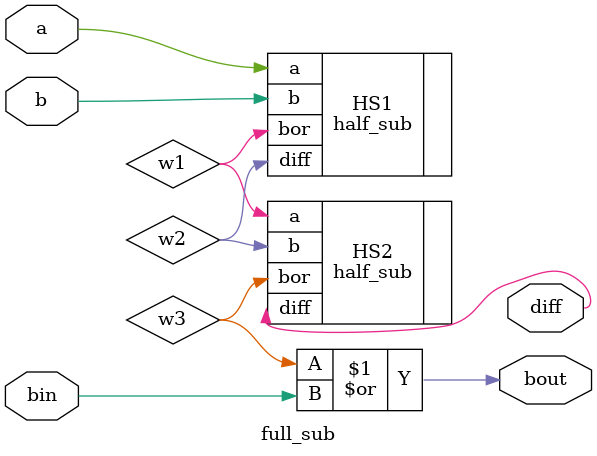
<source format=v>
`timescale 1ns / 1ps


module full_sub(a,b,bin,diff,bout);
    input a,b,bin;
    output bout,diff;
    wire w1,w2,w3;
    
half_sub HS1(.a(a),.b(b),.diff(w2),.bor(w1));
half_sub HS2(.a(w1),.b(w2),.diff(diff),.bor(w3));

or g0 (bout,w3,bin);
   
    
endmodule

</source>
